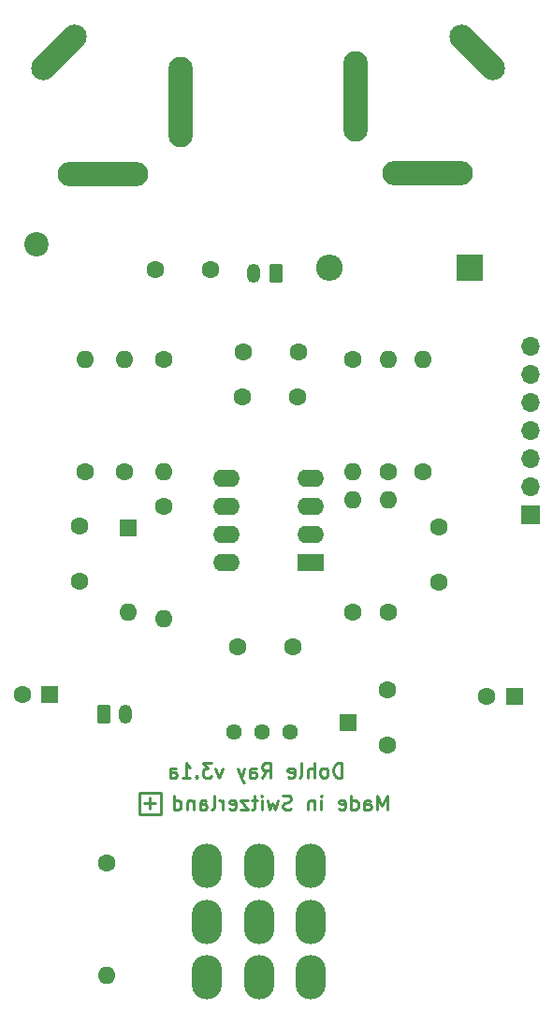
<source format=gbs>
G04 #@! TF.GenerationSoftware,KiCad,Pcbnew,(6.0.9)*
G04 #@! TF.CreationDate,2022-12-03T16:12:52+01:00*
G04 #@! TF.ProjectId,ray-rounded,7261792d-726f-4756-9e64-65642e6b6963,rev?*
G04 #@! TF.SameCoordinates,Original*
G04 #@! TF.FileFunction,Soldermask,Bot*
G04 #@! TF.FilePolarity,Negative*
%FSLAX46Y46*%
G04 Gerber Fmt 4.6, Leading zero omitted, Abs format (unit mm)*
G04 Created by KiCad (PCBNEW (6.0.9)) date 2022-12-03 16:12:52*
%MOMM*%
%LPD*%
G01*
G04 APERTURE LIST*
G04 Aperture macros list*
%AMRoundRect*
0 Rectangle with rounded corners*
0 $1 Rounding radius*
0 $2 $3 $4 $5 $6 $7 $8 $9 X,Y pos of 4 corners*
0 Add a 4 corners polygon primitive as box body*
4,1,4,$2,$3,$4,$5,$6,$7,$8,$9,$2,$3,0*
0 Add four circle primitives for the rounded corners*
1,1,$1+$1,$2,$3*
1,1,$1+$1,$4,$5*
1,1,$1+$1,$6,$7*
1,1,$1+$1,$8,$9*
0 Add four rect primitives between the rounded corners*
20,1,$1+$1,$2,$3,$4,$5,0*
20,1,$1+$1,$4,$5,$6,$7,0*
20,1,$1+$1,$6,$7,$8,$9,0*
20,1,$1+$1,$8,$9,$2,$3,0*%
%AMHorizOval*
0 Thick line with rounded ends*
0 $1 width*
0 $2 $3 position (X,Y) of the first rounded end (center of the circle)*
0 $4 $5 position (X,Y) of the second rounded end (center of the circle)*
0 Add line between two ends*
20,1,$1,$2,$3,$4,$5,0*
0 Add two circle primitives to create the rounded ends*
1,1,$1,$2,$3*
1,1,$1,$4,$5*%
G04 Aperture macros list end*
%ADD10C,0.250000*%
%ADD11C,1.600000*%
%ADD12C,1.440000*%
%ADD13O,1.600000X1.600000*%
%ADD14R,1.600000X1.600000*%
%ADD15R,1.500000X1.500000*%
%ADD16RoundRect,0.250000X0.350000X0.625000X-0.350000X0.625000X-0.350000X-0.625000X0.350000X-0.625000X0*%
%ADD17O,1.200000X1.750000*%
%ADD18O,2.203200X8.203200*%
%ADD19HorizOval,2.203200X-1.414214X1.414214X1.414214X-1.414214X0*%
%ADD20O,8.203200X2.203200*%
%ADD21R,2.400000X1.600000*%
%ADD22O,2.400000X1.600000*%
%ADD23HorizOval,2.203200X-1.414214X-1.414214X1.414214X1.414214X0*%
%ADD24R,2.400000X2.400000*%
%ADD25O,2.400000X2.400000*%
%ADD26R,1.700000X1.700000*%
%ADD27O,1.700000X1.700000*%
%ADD28C,2.200000*%
%ADD29RoundRect,0.250000X-0.350000X-0.625000X0.350000X-0.625000X0.350000X0.625000X-0.350000X0.625000X0*%
%ADD30O,2.743200X4.003200*%
G04 APERTURE END LIST*
D10*
X109833016Y-132773580D02*
X109833016Y-131757580D01*
X110348594Y-132265214D02*
X109332594Y-132265214D01*
X110819121Y-133270739D02*
X108863321Y-133270739D01*
X108863321Y-133270739D02*
X108863321Y-131289539D01*
X108863321Y-131289539D02*
X110819121Y-131289539D01*
X110819121Y-131289539D02*
X110819121Y-133270739D01*
X131294523Y-132843482D02*
X131294523Y-131543482D01*
X130861190Y-132472053D01*
X130427856Y-131543482D01*
X130427856Y-132843482D01*
X129251666Y-132843482D02*
X129251666Y-132162529D01*
X129313571Y-132038720D01*
X129437380Y-131976815D01*
X129684999Y-131976815D01*
X129808809Y-132038720D01*
X129251666Y-132781577D02*
X129375475Y-132843482D01*
X129684999Y-132843482D01*
X129808809Y-132781577D01*
X129870713Y-132657767D01*
X129870713Y-132533958D01*
X129808809Y-132410148D01*
X129684999Y-132348244D01*
X129375475Y-132348244D01*
X129251666Y-132286339D01*
X128075475Y-132843482D02*
X128075475Y-131543482D01*
X128075475Y-132781577D02*
X128199285Y-132843482D01*
X128446904Y-132843482D01*
X128570713Y-132781577D01*
X128632618Y-132719672D01*
X128694523Y-132595863D01*
X128694523Y-132224434D01*
X128632618Y-132100625D01*
X128570713Y-132038720D01*
X128446904Y-131976815D01*
X128199285Y-131976815D01*
X128075475Y-132038720D01*
X126961190Y-132781577D02*
X127084999Y-132843482D01*
X127332618Y-132843482D01*
X127456428Y-132781577D01*
X127518333Y-132657767D01*
X127518333Y-132162529D01*
X127456428Y-132038720D01*
X127332618Y-131976815D01*
X127084999Y-131976815D01*
X126961190Y-132038720D01*
X126899285Y-132162529D01*
X126899285Y-132286339D01*
X127518333Y-132410148D01*
X125351666Y-132843482D02*
X125351666Y-131976815D01*
X125351666Y-131543482D02*
X125413571Y-131605387D01*
X125351666Y-131667291D01*
X125289761Y-131605387D01*
X125351666Y-131543482D01*
X125351666Y-131667291D01*
X124732618Y-131976815D02*
X124732618Y-132843482D01*
X124732618Y-132100625D02*
X124670713Y-132038720D01*
X124546904Y-131976815D01*
X124361190Y-131976815D01*
X124237380Y-132038720D01*
X124175475Y-132162529D01*
X124175475Y-132843482D01*
X122627856Y-132781577D02*
X122442142Y-132843482D01*
X122132618Y-132843482D01*
X122008809Y-132781577D01*
X121946904Y-132719672D01*
X121884999Y-132595863D01*
X121884999Y-132472053D01*
X121946904Y-132348244D01*
X122008809Y-132286339D01*
X122132618Y-132224434D01*
X122380237Y-132162529D01*
X122504047Y-132100625D01*
X122565952Y-132038720D01*
X122627856Y-131914910D01*
X122627856Y-131791101D01*
X122565952Y-131667291D01*
X122504047Y-131605387D01*
X122380237Y-131543482D01*
X122070713Y-131543482D01*
X121884999Y-131605387D01*
X121451666Y-131976815D02*
X121204047Y-132843482D01*
X120956428Y-132224434D01*
X120708809Y-132843482D01*
X120461190Y-131976815D01*
X119965952Y-132843482D02*
X119965952Y-131976815D01*
X119965952Y-131543482D02*
X120027856Y-131605387D01*
X119965952Y-131667291D01*
X119904047Y-131605387D01*
X119965952Y-131543482D01*
X119965952Y-131667291D01*
X119532618Y-131976815D02*
X119037380Y-131976815D01*
X119346904Y-131543482D02*
X119346904Y-132657767D01*
X119284999Y-132781577D01*
X119161190Y-132843482D01*
X119037380Y-132843482D01*
X118727856Y-131976815D02*
X118046904Y-131976815D01*
X118727856Y-132843482D01*
X118046904Y-132843482D01*
X117056428Y-132781577D02*
X117180237Y-132843482D01*
X117427856Y-132843482D01*
X117551666Y-132781577D01*
X117613571Y-132657767D01*
X117613571Y-132162529D01*
X117551666Y-132038720D01*
X117427856Y-131976815D01*
X117180237Y-131976815D01*
X117056428Y-132038720D01*
X116994523Y-132162529D01*
X116994523Y-132286339D01*
X117613571Y-132410148D01*
X116437380Y-132843482D02*
X116437380Y-131976815D01*
X116437380Y-132224434D02*
X116375475Y-132100625D01*
X116313571Y-132038720D01*
X116189761Y-131976815D01*
X116065952Y-131976815D01*
X115446904Y-132843482D02*
X115570713Y-132781577D01*
X115632618Y-132657767D01*
X115632618Y-131543482D01*
X114394523Y-132843482D02*
X114394523Y-132162529D01*
X114456428Y-132038720D01*
X114580237Y-131976815D01*
X114827856Y-131976815D01*
X114951666Y-132038720D01*
X114394523Y-132781577D02*
X114518333Y-132843482D01*
X114827856Y-132843482D01*
X114951666Y-132781577D01*
X115013571Y-132657767D01*
X115013571Y-132533958D01*
X114951666Y-132410148D01*
X114827856Y-132348244D01*
X114518333Y-132348244D01*
X114394523Y-132286339D01*
X113775475Y-131976815D02*
X113775475Y-132843482D01*
X113775475Y-132100625D02*
X113713571Y-132038720D01*
X113589761Y-131976815D01*
X113404047Y-131976815D01*
X113280237Y-132038720D01*
X113218333Y-132162529D01*
X113218333Y-132843482D01*
X112042142Y-132843482D02*
X112042142Y-131543482D01*
X112042142Y-132781577D02*
X112165952Y-132843482D01*
X112413571Y-132843482D01*
X112537380Y-132781577D01*
X112599285Y-132719672D01*
X112661190Y-132595863D01*
X112661190Y-132224434D01*
X112599285Y-132100625D01*
X112537380Y-132038720D01*
X112413571Y-131976815D01*
X112165952Y-131976815D01*
X112042142Y-132038720D01*
X127190247Y-129944895D02*
X127190247Y-128644895D01*
X126880723Y-128644895D01*
X126695009Y-128706800D01*
X126571200Y-128830609D01*
X126509295Y-128954419D01*
X126447390Y-129202038D01*
X126447390Y-129387752D01*
X126509295Y-129635371D01*
X126571200Y-129759180D01*
X126695009Y-129882990D01*
X126880723Y-129944895D01*
X127190247Y-129944895D01*
X125704533Y-129944895D02*
X125828342Y-129882990D01*
X125890247Y-129821085D01*
X125952152Y-129697276D01*
X125952152Y-129325847D01*
X125890247Y-129202038D01*
X125828342Y-129140133D01*
X125704533Y-129078228D01*
X125518819Y-129078228D01*
X125395009Y-129140133D01*
X125333104Y-129202038D01*
X125271200Y-129325847D01*
X125271200Y-129697276D01*
X125333104Y-129821085D01*
X125395009Y-129882990D01*
X125518819Y-129944895D01*
X125704533Y-129944895D01*
X124714057Y-129944895D02*
X124714057Y-128644895D01*
X124156914Y-129944895D02*
X124156914Y-129263942D01*
X124218819Y-129140133D01*
X124342628Y-129078228D01*
X124528342Y-129078228D01*
X124652152Y-129140133D01*
X124714057Y-129202038D01*
X123352152Y-129944895D02*
X123475961Y-129882990D01*
X123537866Y-129759180D01*
X123537866Y-128644895D01*
X122361676Y-129882990D02*
X122485485Y-129944895D01*
X122733104Y-129944895D01*
X122856914Y-129882990D01*
X122918819Y-129759180D01*
X122918819Y-129263942D01*
X122856914Y-129140133D01*
X122733104Y-129078228D01*
X122485485Y-129078228D01*
X122361676Y-129140133D01*
X122299771Y-129263942D01*
X122299771Y-129387752D01*
X122918819Y-129511561D01*
X120009295Y-129944895D02*
X120442628Y-129325847D01*
X120752152Y-129944895D02*
X120752152Y-128644895D01*
X120256914Y-128644895D01*
X120133104Y-128706800D01*
X120071200Y-128768704D01*
X120009295Y-128892514D01*
X120009295Y-129078228D01*
X120071200Y-129202038D01*
X120133104Y-129263942D01*
X120256914Y-129325847D01*
X120752152Y-129325847D01*
X118895009Y-129944895D02*
X118895009Y-129263942D01*
X118956914Y-129140133D01*
X119080723Y-129078228D01*
X119328342Y-129078228D01*
X119452152Y-129140133D01*
X118895009Y-129882990D02*
X119018819Y-129944895D01*
X119328342Y-129944895D01*
X119452152Y-129882990D01*
X119514057Y-129759180D01*
X119514057Y-129635371D01*
X119452152Y-129511561D01*
X119328342Y-129449657D01*
X119018819Y-129449657D01*
X118895009Y-129387752D01*
X118399771Y-129078228D02*
X118090247Y-129944895D01*
X117780723Y-129078228D02*
X118090247Y-129944895D01*
X118214057Y-130254419D01*
X118275961Y-130316323D01*
X118399771Y-130378228D01*
X116418819Y-129078228D02*
X116109295Y-129944895D01*
X115799771Y-129078228D01*
X115428342Y-128644895D02*
X114623580Y-128644895D01*
X115056914Y-129140133D01*
X114871200Y-129140133D01*
X114747390Y-129202038D01*
X114685485Y-129263942D01*
X114623580Y-129387752D01*
X114623580Y-129697276D01*
X114685485Y-129821085D01*
X114747390Y-129882990D01*
X114871200Y-129944895D01*
X115242628Y-129944895D01*
X115366438Y-129882990D01*
X115428342Y-129821085D01*
X114066438Y-129821085D02*
X114004533Y-129882990D01*
X114066438Y-129944895D01*
X114128342Y-129882990D01*
X114066438Y-129821085D01*
X114066438Y-129944895D01*
X112766438Y-129944895D02*
X113509295Y-129944895D01*
X113137866Y-129944895D02*
X113137866Y-128644895D01*
X113261676Y-128830609D01*
X113385485Y-128954419D01*
X113509295Y-129016323D01*
X111652152Y-129944895D02*
X111652152Y-129263942D01*
X111714057Y-129140133D01*
X111837866Y-129078228D01*
X112085485Y-129078228D01*
X112209295Y-129140133D01*
X111652152Y-129882990D02*
X111775961Y-129944895D01*
X112085485Y-129944895D01*
X112209295Y-129882990D01*
X112271200Y-129759180D01*
X112271200Y-129635371D01*
X112209295Y-129511561D01*
X112085485Y-129449657D01*
X111775961Y-129449657D01*
X111652152Y-129387752D01*
D11*
X122774000Y-118110000D03*
X117774000Y-118110000D03*
D12*
X117440000Y-125800800D03*
X119980000Y-125800800D03*
X122520000Y-125800800D03*
D11*
X107534000Y-102255000D03*
D13*
X107534000Y-92095000D03*
D14*
X142840000Y-122600400D03*
D11*
X140340000Y-122600400D03*
D15*
X127762000Y-124968000D03*
D11*
X128235000Y-92095000D03*
D13*
X128235000Y-102255000D03*
D11*
X135982000Y-112288000D03*
X135982000Y-107288000D03*
X103470000Y-112208000D03*
X103470000Y-107208000D03*
D16*
X121250000Y-84348000D03*
D17*
X119250000Y-84348000D03*
D11*
X111090000Y-92095000D03*
D13*
X111090000Y-102255000D03*
D18*
X128450872Y-68310030D03*
D19*
X139481615Y-64356153D03*
D20*
X134973374Y-75304089D03*
D11*
X131410000Y-114955000D03*
D13*
X131410000Y-104795000D03*
D11*
X118242000Y-95524000D03*
X123242000Y-95524000D03*
D14*
X100777600Y-122448000D03*
D11*
X98277600Y-122448000D03*
D21*
X124415000Y-110500000D03*
D22*
X124415000Y-107960000D03*
X124415000Y-105420000D03*
X124415000Y-102880000D03*
X116795000Y-102880000D03*
X116795000Y-105420000D03*
X116795000Y-107960000D03*
X116795000Y-110500000D03*
D11*
X131318000Y-127000000D03*
X131318000Y-122000000D03*
X103978000Y-102255000D03*
D13*
X103978000Y-92095000D03*
D20*
X105598807Y-75339244D03*
D23*
X101644930Y-64308501D03*
D18*
X112592866Y-68816742D03*
D24*
X138776000Y-83840000D03*
D25*
X126076000Y-83840000D03*
D26*
X144313200Y-106192000D03*
D27*
X144313200Y-103652000D03*
X144313200Y-101112000D03*
X144313200Y-98572000D03*
X144313200Y-96032000D03*
X144313200Y-93492000D03*
X144313200Y-90952000D03*
D11*
X105918000Y-137668000D03*
D13*
X105918000Y-147828000D03*
D11*
X115368000Y-83967000D03*
X110368000Y-83967000D03*
X134585000Y-102255000D03*
D13*
X134585000Y-92095000D03*
D28*
X99558400Y-81706400D03*
D11*
X111090000Y-105430000D03*
D13*
X111090000Y-115590000D03*
D29*
X105664000Y-124206000D03*
D17*
X107664000Y-124206000D03*
D11*
X131410000Y-102255000D03*
D13*
X131410000Y-92095000D03*
D11*
X128235000Y-114955000D03*
D13*
X128235000Y-104795000D03*
D30*
X124415560Y-148022000D03*
X119714000Y-148022000D03*
X115015560Y-148022000D03*
X124415560Y-143022520D03*
X119714000Y-143022520D03*
X115015560Y-143022520D03*
X124414800Y-137922000D03*
X119713240Y-137922000D03*
X115014800Y-137922000D03*
D14*
X107915000Y-107335000D03*
D13*
X107915000Y-114955000D03*
D11*
X123282000Y-91460000D03*
X118282000Y-91460000D03*
M02*

</source>
